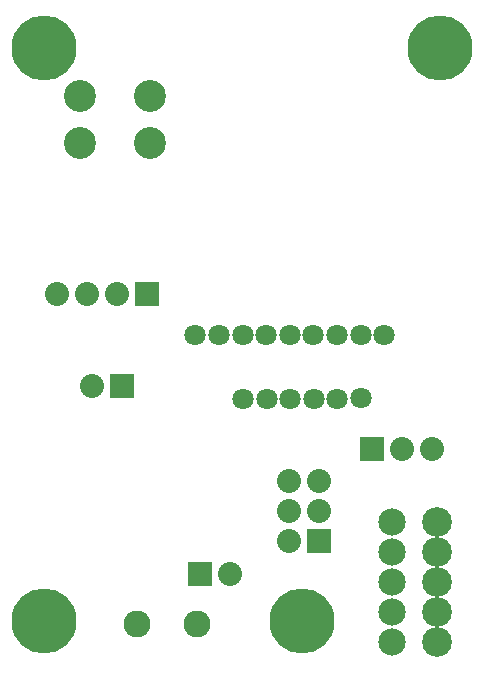
<source format=gbs>
G04 (created by PCBNEW (2013-03-19 BZR 4004)-stable) date 11/06/2013 19:40:29*
%MOIN*%
G04 Gerber Fmt 3.4, Leading zero omitted, Abs format*
%FSLAX34Y34*%
G01*
G70*
G90*
G04 APERTURE LIST*
%ADD10C,2.3622e-006*%
%ADD11C,0.0712*%
%ADD12C,0.1066*%
%ADD13R,0.08X0.08*%
%ADD14C,0.08*%
%ADD15C,0.2169*%
%ADD16C,0.09*%
%ADD17C,0.0908661*%
%ADD18C,0.0987402*%
G04 APERTURE END LIST*
G54D10*
G54D11*
X47460Y-35656D03*
X46673Y-35656D03*
X45885Y-35656D03*
X48247Y-35656D03*
X49035Y-35656D03*
X49822Y-35646D03*
G54D12*
X42803Y-25555D03*
X42803Y-27129D03*
X40441Y-25555D03*
X40441Y-27129D03*
G54D13*
X48410Y-40390D03*
G54D14*
X47410Y-40390D03*
X48410Y-39390D03*
X47410Y-39390D03*
X48410Y-38390D03*
X47410Y-38390D03*
G54D15*
X52449Y-23980D03*
X47842Y-43074D03*
X39256Y-43074D03*
X39260Y-23980D03*
G54D16*
X42342Y-43172D03*
X44342Y-43172D03*
G54D13*
X44470Y-41500D03*
G54D14*
X45470Y-41500D03*
G54D13*
X42694Y-32152D03*
G54D14*
X41694Y-32152D03*
X40694Y-32152D03*
X39694Y-32152D03*
G54D11*
X45871Y-33540D03*
X45084Y-33540D03*
X44296Y-33540D03*
X46658Y-33540D03*
X47446Y-33540D03*
X48233Y-33530D03*
X49016Y-33540D03*
X49804Y-33540D03*
X50591Y-33540D03*
G54D13*
X41842Y-35218D03*
G54D14*
X40842Y-35218D03*
G54D13*
X50178Y-37332D03*
G54D14*
X51178Y-37332D03*
X52178Y-37332D03*
G54D17*
X50850Y-41770D03*
X50850Y-42770D03*
X50850Y-43770D03*
X50850Y-40770D03*
X50850Y-39770D03*
G54D18*
X52350Y-41770D03*
X52350Y-42770D03*
X52350Y-43770D03*
X52350Y-40770D03*
X52350Y-39770D03*
M02*

</source>
